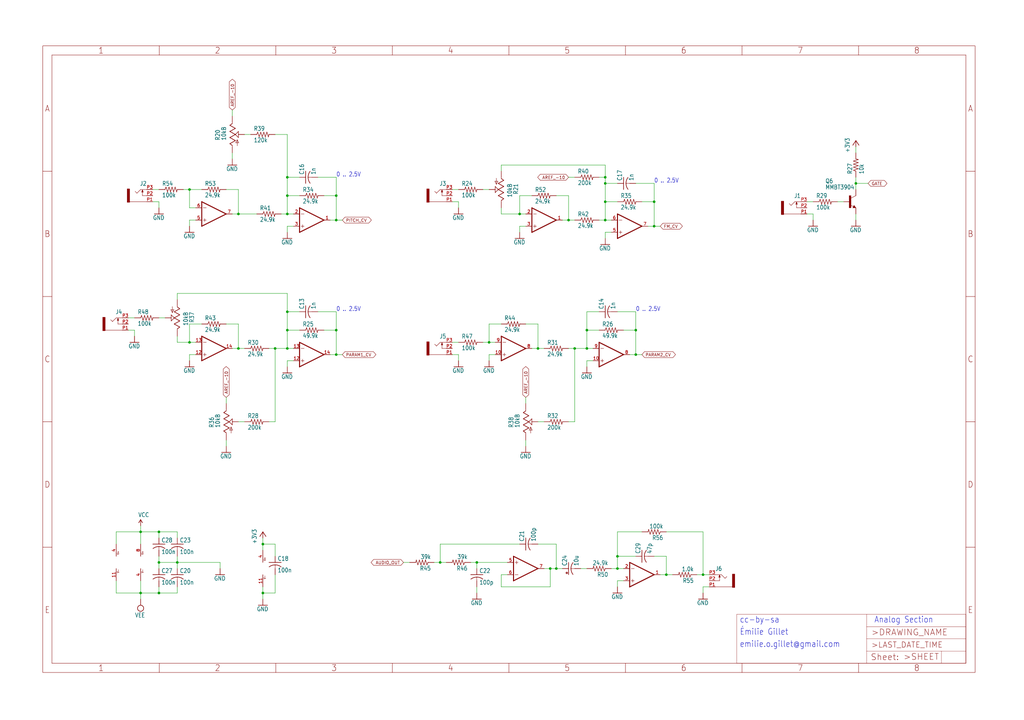
<source format=kicad_sch>
(kicad_sch (version 20211123) (generator eeschema)
  (paper "User" 425.45 299.161)
  (lib_symbols
    (symbol "braids-eagle-import:+3V3" (power)
      (property "Value" "+3V3" (at -2.54 -5.08 90))
      (symbol "+3V3_1_0"
        (pin power_in line (at 0 -2.54 90) (length 2.54) (name "+3V3") (number "1"))
      )
    )
    (symbol "braids-eagle-import:-NPN-SOT23-BEC"
      (property "Reference" "T" (at -10.16 7.62 0))
      (property "Value" "-NPN-SOT23-BEC" (at -10.16 5.08 0))
      (symbol "-NPN-SOT23-BEC_1_0"
        (pin passive line (at -2.54 0 0) (length 2.54) (name "B") (number "B"))
        (pin passive line (at 2.54 5.08 270) (length 2.54) (name "C") (number "C"))
        (pin passive line (at 2.54 -5.08 90) (length 2.54) (name "E") (number "E"))
      )
    )
    (symbol "braids-eagle-import:A3L-LOC"
      (symbol "A3L-LOC_1_0"
        (text "1" (at 24.2094 1.905 0) (effects (font (size 2.54 2.286))))
        (text "1" (at 24.2094 258.445 0) (effects (font (size 2.54 2.286))))
        (text "2" (at 72.6281 1.905 0) (effects (font (size 2.54 2.286))))
        (text "2" (at 72.6281 258.445 0) (effects (font (size 2.54 2.286))))
        (text "3" (at 121.0469 1.905 0) (effects (font (size 2.54 2.286))))
        (text "3" (at 121.0469 258.445 0) (effects (font (size 2.54 2.286))))
        (text "4" (at 169.4656 1.905 0) (effects (font (size 2.54 2.286))))
        (text "4" (at 169.4656 258.445 0) (effects (font (size 2.54 2.286))))
        (text "5" (at 217.8844 1.905 0) (effects (font (size 2.54 2.286))))
        (text "5" (at 217.8844 258.445 0) (effects (font (size 2.54 2.286))))
        (text "6" (at 266.3031 1.905 0) (effects (font (size 2.54 2.286))))
        (text "6" (at 266.3031 258.445 0) (effects (font (size 2.54 2.286))))
        (text "7" (at 314.7219 1.905 0) (effects (font (size 2.54 2.286))))
        (text "7" (at 314.7219 258.445 0) (effects (font (size 2.54 2.286))))
        (text "8" (at 363.1406 1.905 0) (effects (font (size 2.54 2.286))))
        (text "8" (at 363.1406 258.445 0) (effects (font (size 2.54 2.286))))
        (text ">DRAWING_NAME" (at 344.17 15.24 0) (effects (font (size 2.54 2.54)) (justify left bottom)))
        (text ">LAST_DATE_TIME" (at 344.17 10.16 0) (effects (font (size 2.286 2.286)) (justify left bottom)))
        (text ">SHEET" (at 357.505 5.08 0) (effects (font (size 2.54 2.54)) (justify left bottom)))
        (text "A" (at 1.905 234.315 0) (effects (font (size 2.54 2.286))))
        (text "A" (at 385.445 234.315 0) (effects (font (size 2.54 2.286))))
        (text "B" (at 1.905 182.245 0) (effects (font (size 2.54 2.286))))
        (text "B" (at 385.445 182.245 0) (effects (font (size 2.54 2.286))))
        (text "C" (at 1.905 130.175 0) (effects (font (size 2.54 2.286))))
        (text "C" (at 385.445 130.175 0) (effects (font (size 2.54 2.286))))
        (text "D" (at 1.905 78.105 0) (effects (font (size 2.54 2.286))))
        (text "D" (at 385.445 78.105 0) (effects (font (size 2.54 2.286))))
        (text "E" (at 1.905 26.035 0) (effects (font (size 2.54 2.286))))
        (text "E" (at 385.445 26.035 0) (effects (font (size 2.54 2.286))))
        (text "Sheet:" (at 343.916 4.953 0) (effects (font (size 2.54 2.54)) (justify left bottom)))
      )
    )
    (symbol "braids-eagle-import:C-USC0603"
      (property "Reference" "C" (at 1.016 0.635 0))
      (property "Value" "C-USC0603" (at 1.016 -4.191 0))
      (symbol "C-USC0603_1_0"
        (pin passive line (at 0 2.54 270) (length 2.54) (name "1") (number "1"))
        (pin passive line (at 0 -5.08 90) (length 2.54) (name "2") (number "2"))
      )
    )
    (symbol "braids-eagle-import:CPOL-USB"
      (property "Reference" "C" (at 1.016 0.635 0))
      (property "Value" "CPOL-USB" (at 1.016 -4.191 0))
      (symbol "CPOL-USB_1_0"
        (pin passive line (at 0 2.54 270) (length 2.54) (name "+") (number "+"))
        (pin passive line (at 0 -5.08 90) (length 2.54) (name "-") (number "-"))
      )
    )
    (symbol "braids-eagle-import:GND" (power)
      (property "Value" "GND" (at -2.54 -2.54 0))
      (symbol "GND_1_0"
        (pin power_in line (at 0 2.54 270) (length 2.54) (name "GND") (number "1"))
      )
    )
    (symbol "braids-eagle-import:PJ301_THONKICONN6"
      (property "Reference" "J" (at -2.54 4.064 0))
      (symbol "PJ301_THONKICONN6_1_0"
        (pin passive line (at -5.08 -2.54 0) (length 2.54) (name "1") (number "P1"))
        (pin passive line (at -5.08 0 0) (length 2.54) (name "2") (number "P2"))
        (pin passive line (at -5.08 2.54 0) (length 2.54) (name "3") (number "P3"))
      )
    )
    (symbol "braids-eagle-import:POT_USVERTICAL_PS"
      (property "Reference" "R" (at -5.08 -2.54 90))
      (property "Value" "POT_USVERTICAL_PS" (at -2.54 -2.54 90))
      (symbol "POT_USVERTICAL_PS_1_0"
        (pin passive line (at 0 7.62 270) (length 2.54) (name "E") (number "P$1"))
        (pin passive line (at 5.08 0 180) (length 2.54) (name "S") (number "P$2"))
        (pin passive line (at 0 -7.62 90) (length 2.54) (name "A") (number "P$3"))
      )
    )
    (symbol "braids-eagle-import:R-US_R0603"
      (property "Reference" "R" (at -3.81 1.4986 0))
      (property "Value" "R-US_R0603" (at -3.81 -3.302 0))
      (symbol "R-US_R0603_1_0"
        (pin passive line (at -5.08 0 0) (length 2.54) (name "1") (number "1"))
        (pin passive line (at 5.08 0 180) (length 2.54) (name "2") (number "2"))
      )
    )
    (symbol "braids-eagle-import:TL072D"
      (symbol "TL072D_1_0"
        (pin output line (at 7.62 0 180) (length 2.54) (name "OUT") (number "1"))
        (pin input line (at -7.62 -2.54 0) (length 2.54) (name "-IN") (number "2"))
        (pin input line (at -7.62 2.54 0) (length 2.54) (name "+IN") (number "3"))
      )
      (symbol "TL072D_2_0"
        (pin input line (at -7.62 2.54 0) (length 2.54) (name "+IN") (number "5"))
        (pin input line (at -7.62 -2.54 0) (length 2.54) (name "-IN") (number "6"))
        (pin output line (at 7.62 0 180) (length 2.54) (name "OUT") (number "7"))
      )
      (symbol "TL072D_3_0"
        (text "V+" (at 1.27 3.175 900) (effects (font (size 0.8128 0.6908)) (justify left bottom)))
        (text "V-" (at 1.27 -4.445 900) (effects (font (size 0.8128 0.6908)) (justify left bottom)))
        (pin power_in line (at 0 -7.62 90) (length 5.08) (name "V-") (number "4"))
        (pin power_in line (at 0 7.62 270) (length 5.08) (name "V+") (number "8"))
      )
    )
    (symbol "braids-eagle-import:TL074D"
      (symbol "TL074D_1_0"
        (pin output line (at 7.62 0 180) (length 2.54) (name "OUT") (number "1"))
        (pin input line (at -7.62 -2.54 0) (length 2.54) (name "-IN") (number "2"))
        (pin input line (at -7.62 2.54 0) (length 2.54) (name "+IN") (number "3"))
      )
      (symbol "TL074D_2_0"
        (pin input line (at -7.62 2.54 0) (length 2.54) (name "+IN") (number "5"))
        (pin input line (at -7.62 -2.54 0) (length 2.54) (name "-IN") (number "6"))
        (pin output line (at 7.62 0 180) (length 2.54) (name "OUT") (number "7"))
      )
      (symbol "TL074D_3_0"
        (pin input line (at -7.62 2.54 0) (length 2.54) (name "+IN") (number "10"))
        (pin output line (at 7.62 0 180) (length 2.54) (name "OUT") (number "8"))
        (pin input line (at -7.62 -2.54 0) (length 2.54) (name "-IN") (number "9"))
      )
      (symbol "TL074D_4_0"
        (pin input line (at -7.62 2.54 0) (length 2.54) (name "+IN") (number "12"))
        (pin input line (at -7.62 -2.54 0) (length 2.54) (name "-IN") (number "13"))
        (pin output line (at 7.62 0 180) (length 2.54) (name "OUT") (number "14"))
      )
      (symbol "TL074D_5_0"
        (text "V+" (at 1.27 3.175 900) (effects (font (size 0.8128 0.6908)) (justify left bottom)))
        (text "V-" (at 1.27 -4.445 900) (effects (font (size 0.8128 0.6908)) (justify left bottom)))
        (pin power_in line (at 0 -7.62 90) (length 5.08) (name "V-") (number "11"))
        (pin power_in line (at 0 7.62 270) (length 5.08) (name "V+") (number "4"))
      )
    )
    (symbol "braids-eagle-import:VCC" (power)
      (property "Value" "VCC" (at -1.016 3.556 0))
      (symbol "VCC_1_0"
        (pin power_in line (at 0 0 90) (length 2.54) (name "VCC") (number "1"))
      )
    )
    (symbol "braids-eagle-import:VEE" (power)
      (property "Value" "VEE" (at -1.905 3.175 0))
      (symbol "VEE_1_0"
        (pin power_in line (at 0 -2.54 90) (length 2.54) (name "VEE") (number "1"))
      )
    )
  )
  (junction (at 271.78 93.98))
  (junction (at 243.84 144.78))
  (junction (at 109.22 226.06))
  (junction (at 139.7 91.44))
  (junction (at 66.04 220.98))
  (junction (at 264.16 137.16))
  (junction (at 58.42 246.38))
  (junction (at 182.88 233.68))
  (junction (at 139.7 81.28))
  (junction (at 238.76 144.78))
  (junction (at 271.78 83.82))
  (junction (at 114.3 144.78))
  (junction (at 228.6 236.22))
  (junction (at 231.14 236.22))
  (junction (at 256.54 231.14))
  (junction (at 109.22 246.38))
  (junction (at 251.46 76.2))
  (junction (at 119.38 129.54))
  (junction (at 215.9 88.9))
  (junction (at 119.38 81.28))
  (junction (at 251.46 73.66))
  (junction (at 256.54 236.22))
  (junction (at 66.04 233.68))
  (junction (at 99.06 144.78))
  (junction (at 99.06 88.9))
  (junction (at 198.12 233.68))
  (junction (at 119.38 144.78))
  (junction (at 119.38 137.16))
  (junction (at 251.46 91.44))
  (junction (at 66.04 246.38))
  (junction (at 355.6 76.2))
  (junction (at 78.74 142.24))
  (junction (at 292.1 238.76))
  (junction (at 276.86 238.76))
  (junction (at 78.74 78.74))
  (junction (at 139.7 137.16))
  (junction (at 203.2 142.24))
  (junction (at 58.42 220.98))
  (junction (at 251.46 83.82))
  (junction (at 73.66 233.68))
  (junction (at 223.52 144.78))
  (junction (at 119.38 73.66))
  (junction (at 264.16 147.32))
  (junction (at 236.22 91.44))
  (junction (at 119.38 88.9))
  (junction (at 243.84 137.16))
  (junction (at 139.7 147.32))
  (wire (pts (xy 264.16 76.2) (xy 271.78 76.2)))
  (wire (pts (xy 124.46 73.66) (xy 119.38 73.66)))
  (wire (pts (xy 335.28 83.82) (xy 337.82 83.82)))
  (wire (pts (xy 266.7 220.98) (xy 256.54 220.98)))
  (wire (pts (xy 99.06 175.26) (xy 101.6 175.26)))
  (wire (pts (xy 215.9 88.9) (xy 218.44 88.9)))
  (wire (pts (xy 266.7 83.82) (xy 271.78 83.82)))
  (wire (pts (xy 93.98 134.62) (xy 99.06 134.62)))
  (wire (pts (xy 114.3 246.38) (xy 109.22 246.38)))
  (wire (pts (xy 198.12 236.22) (xy 198.12 233.68)))
  (wire (pts (xy 48.26 241.3) (xy 48.26 246.38)))
  (wire (pts (xy 231.14 81.28) (xy 236.22 81.28)))
  (wire (pts (xy 139.7 91.44) (xy 142.24 91.44)))
  (wire (pts (xy 139.7 73.66) (xy 139.7 81.28)))
  (wire (pts (xy 119.38 121.92) (xy 119.38 129.54)))
  (wire (pts (xy 241.3 236.22) (xy 243.84 236.22)))
  (wire (pts (xy 114.3 55.88) (xy 119.38 55.88)))
  (wire (pts (xy 259.08 241.3) (xy 256.54 241.3)))
  (wire (pts (xy 121.92 93.98) (xy 119.38 93.98)))
  (wire (pts (xy 55.88 137.16) (xy 55.88 139.7)))
  (wire (pts (xy 99.06 144.78) (xy 101.6 144.78)))
  (wire (pts (xy 251.46 91.44) (xy 254 91.44)))
  (wire (pts (xy 203.2 147.32) (xy 203.2 149.86)))
  (wire (pts (xy 114.3 175.26) (xy 114.3 144.78)))
  (wire (pts (xy 73.66 246.38) (xy 73.66 243.84)))
  (wire (pts (xy 266.7 147.32) (xy 264.16 147.32)))
  (wire (pts (xy 236.22 91.44) (xy 233.68 91.44)))
  (wire (pts (xy 254 96.52) (xy 251.46 96.52)))
  (wire (pts (xy 187.96 78.74) (xy 190.5 78.74)))
  (wire (pts (xy 256.54 231.14) (xy 256.54 236.22)))
  (wire (pts (xy 236.22 81.28) (xy 236.22 91.44)))
  (wire (pts (xy 355.6 88.9) (xy 355.6 91.44)))
  (wire (pts (xy 218.44 165.1) (xy 218.44 167.64)))
  (wire (pts (xy 58.42 246.38) (xy 48.26 246.38)))
  (wire (pts (xy 236.22 175.26) (xy 238.76 175.26)))
  (wire (pts (xy 73.66 233.68) (xy 73.66 236.22)))
  (wire (pts (xy 78.74 78.74) (xy 78.74 86.36)))
  (wire (pts (xy 254 236.22) (xy 256.54 236.22)))
  (wire (pts (xy 259.08 137.16) (xy 264.16 137.16)))
  (wire (pts (xy 73.66 233.68) (xy 91.44 233.68)))
  (wire (pts (xy 73.66 231.14) (xy 73.66 233.68)))
  (wire (pts (xy 73.66 121.92) (xy 119.38 121.92)))
  (wire (pts (xy 251.46 96.52) (xy 251.46 99.06)))
  (wire (pts (xy 208.28 134.62) (xy 203.2 134.62)))
  (wire (pts (xy 139.7 137.16) (xy 139.7 147.32)))
  (wire (pts (xy 58.42 226.06) (xy 58.42 220.98)))
  (wire (pts (xy 238.76 144.78) (xy 243.84 144.78)))
  (wire (pts (xy 208.28 238.76) (xy 208.28 243.84)))
  (wire (pts (xy 78.74 134.62) (xy 78.74 142.24)))
  (wire (pts (xy 73.66 124.46) (xy 73.66 121.92)))
  (wire (pts (xy 187.96 142.24) (xy 190.5 142.24)))
  (wire (pts (xy 63.5 83.82) (xy 66.04 83.82)))
  (wire (pts (xy 53.34 137.16) (xy 55.88 137.16)))
  (wire (pts (xy 124.46 81.28) (xy 119.38 81.28)))
  (wire (pts (xy 264.16 147.32) (xy 261.62 147.32)))
  (wire (pts (xy 66.04 83.82) (xy 66.04 86.36)))
  (wire (pts (xy 119.38 73.66) (xy 119.38 81.28)))
  (wire (pts (xy 210.82 238.76) (xy 208.28 238.76)))
  (wire (pts (xy 271.78 76.2) (xy 271.78 83.82)))
  (wire (pts (xy 119.38 149.86) (xy 119.38 152.4)))
  (wire (pts (xy 256.54 83.82) (xy 251.46 83.82)))
  (wire (pts (xy 243.84 137.16) (xy 243.84 144.78)))
  (wire (pts (xy 182.88 233.68) (xy 182.88 226.06)))
  (wire (pts (xy 66.04 246.38) (xy 66.04 243.84)))
  (wire (pts (xy 203.2 134.62) (xy 203.2 142.24)))
  (wire (pts (xy 355.6 76.2) (xy 355.6 73.66)))
  (wire (pts (xy 58.42 220.98) (xy 66.04 220.98)))
  (wire (pts (xy 223.52 226.06) (xy 231.14 226.06)))
  (wire (pts (xy 93.98 78.74) (xy 99.06 78.74)))
  (wire (pts (xy 220.98 81.28) (xy 215.9 81.28)))
  (wire (pts (xy 134.62 137.16) (xy 139.7 137.16)))
  (wire (pts (xy 198.12 233.68) (xy 210.82 233.68)))
  (wire (pts (xy 66.04 132.08) (xy 68.58 132.08)))
  (wire (pts (xy 276.86 220.98) (xy 292.1 220.98)))
  (wire (pts (xy 76.2 78.74) (xy 78.74 78.74)))
  (wire (pts (xy 218.44 134.62) (xy 223.52 134.62)))
  (wire (pts (xy 292.1 243.84) (xy 292.1 246.38)))
  (wire (pts (xy 180.34 233.68) (xy 182.88 233.68)))
  (wire (pts (xy 124.46 137.16) (xy 119.38 137.16)))
  (wire (pts (xy 111.76 144.78) (xy 114.3 144.78)))
  (wire (pts (xy 119.38 88.9) (xy 116.84 88.9)))
  (wire (pts (xy 256.54 220.98) (xy 256.54 231.14)))
  (wire (pts (xy 66.04 246.38) (xy 73.66 246.38)))
  (wire (pts (xy 208.28 71.12) (xy 208.28 68.58)))
  (wire (pts (xy 99.06 134.62) (xy 99.06 144.78)))
  (wire (pts (xy 119.38 55.88) (xy 119.38 73.66)))
  (wire (pts (xy 132.08 73.66) (xy 139.7 73.66)))
  (wire (pts (xy 111.76 175.26) (xy 114.3 175.26)))
  (wire (pts (xy 337.82 88.9) (xy 337.82 91.44)))
  (wire (pts (xy 218.44 182.88) (xy 218.44 185.42)))
  (wire (pts (xy 139.7 129.54) (xy 139.7 137.16)))
  (wire (pts (xy 78.74 142.24) (xy 81.28 142.24)))
  (wire (pts (xy 236.22 91.44) (xy 238.76 91.44)))
  (wire (pts (xy 83.82 134.62) (xy 78.74 134.62)))
  (wire (pts (xy 109.22 223.52) (xy 109.22 226.06)))
  (wire (pts (xy 243.84 149.86) (xy 243.84 152.4)))
  (wire (pts (xy 248.92 129.54) (xy 243.84 129.54)))
  (wire (pts (xy 58.42 218.44) (xy 58.42 220.98)))
  (wire (pts (xy 251.46 68.58) (xy 251.46 73.66)))
  (wire (pts (xy 109.22 243.84) (xy 109.22 246.38)))
  (wire (pts (xy 215.9 88.9) (xy 215.9 81.28)))
  (wire (pts (xy 139.7 91.44) (xy 137.16 91.44)))
  (wire (pts (xy 182.88 233.68) (xy 185.42 233.68)))
  (wire (pts (xy 119.38 144.78) (xy 121.92 144.78)))
  (wire (pts (xy 101.6 55.88) (xy 104.14 55.88)))
  (wire (pts (xy 208.28 243.84) (xy 228.6 243.84)))
  (wire (pts (xy 223.52 144.78) (xy 226.06 144.78)))
  (wire (pts (xy 93.98 182.88) (xy 93.98 185.42)))
  (wire (pts (xy 170.18 233.68) (xy 167.64 233.68)))
  (wire (pts (xy 99.06 88.9) (xy 96.52 88.9)))
  (wire (pts (xy 81.28 147.32) (xy 78.74 147.32)))
  (wire (pts (xy 256.54 231.14) (xy 264.16 231.14)))
  (wire (pts (xy 251.46 73.66) (xy 251.46 76.2)))
  (wire (pts (xy 119.38 93.98) (xy 119.38 96.52)))
  (wire (pts (xy 190.5 147.32) (xy 190.5 149.86)))
  (wire (pts (xy 271.78 83.82) (xy 271.78 93.98)))
  (wire (pts (xy 121.92 149.86) (xy 119.38 149.86)))
  (wire (pts (xy 96.52 63.5) (xy 96.52 66.04)))
  (wire (pts (xy 58.42 246.38) (xy 66.04 246.38)))
  (wire (pts (xy 248.92 137.16) (xy 243.84 137.16)))
  (wire (pts (xy 251.46 76.2) (xy 251.46 83.82)))
  (wire (pts (xy 256.54 236.22) (xy 259.08 236.22)))
  (wire (pts (xy 198.12 243.84) (xy 198.12 246.38)))
  (wire (pts (xy 119.38 81.28) (xy 119.38 88.9)))
  (wire (pts (xy 132.08 129.54) (xy 139.7 129.54)))
  (wire (pts (xy 66.04 220.98) (xy 73.66 220.98)))
  (wire (pts (xy 114.3 238.76) (xy 114.3 246.38)))
  (wire (pts (xy 355.6 60.96) (xy 355.6 63.5)))
  (wire (pts (xy 208.28 88.9) (xy 215.9 88.9)))
  (wire (pts (xy 271.78 93.98) (xy 269.24 93.98)))
  (wire (pts (xy 246.38 149.86) (xy 243.84 149.86)))
  (wire (pts (xy 109.22 246.38) (xy 109.22 248.92)))
  (wire (pts (xy 223.52 175.26) (xy 226.06 175.26)))
  (wire (pts (xy 99.06 78.74) (xy 99.06 88.9)))
  (wire (pts (xy 66.04 233.68) (xy 73.66 233.68)))
  (wire (pts (xy 256.54 76.2) (xy 251.46 76.2)))
  (wire (pts (xy 66.04 220.98) (xy 66.04 223.52)))
  (wire (pts (xy 335.28 88.9) (xy 337.82 88.9)))
  (wire (pts (xy 109.22 226.06) (xy 114.3 226.06)))
  (wire (pts (xy 276.86 238.76) (xy 274.32 238.76)))
  (wire (pts (xy 236.22 144.78) (xy 238.76 144.78)))
  (wire (pts (xy 256.54 129.54) (xy 264.16 129.54)))
  (wire (pts (xy 53.34 132.08) (xy 55.88 132.08)))
  (wire (pts (xy 223.52 144.78) (xy 220.98 144.78)))
  (wire (pts (xy 119.38 129.54) (xy 119.38 137.16)))
  (wire (pts (xy 134.62 81.28) (xy 139.7 81.28)))
  (wire (pts (xy 243.84 144.78) (xy 246.38 144.78)))
  (wire (pts (xy 73.66 139.7) (xy 73.66 142.24)))
  (wire (pts (xy 139.7 81.28) (xy 139.7 91.44)))
  (wire (pts (xy 66.04 233.68) (xy 66.04 236.22)))
  (wire (pts (xy 119.38 137.16) (xy 119.38 144.78)))
  (wire (pts (xy 292.1 238.76) (xy 289.56 238.76)))
  (wire (pts (xy 231.14 236.22) (xy 228.6 236.22)))
  (wire (pts (xy 187.96 83.82) (xy 190.5 83.82)))
  (wire (pts (xy 231.14 226.06) (xy 231.14 236.22)))
  (wire (pts (xy 119.38 88.9) (xy 121.92 88.9)))
  (wire (pts (xy 355.6 76.2) (xy 360.68 76.2)))
  (wire (pts (xy 228.6 243.84) (xy 228.6 236.22)))
  (wire (pts (xy 109.22 226.06) (xy 109.22 228.6)))
  (wire (pts (xy 203.2 142.24) (xy 205.74 142.24)))
  (wire (pts (xy 99.06 88.9) (xy 106.68 88.9)))
  (wire (pts (xy 195.58 233.68) (xy 198.12 233.68)))
  (wire (pts (xy 218.44 93.98) (xy 215.9 93.98)))
  (wire (pts (xy 182.88 226.06) (xy 215.9 226.06)))
  (wire (pts (xy 264.16 137.16) (xy 264.16 147.32)))
  (wire (pts (xy 91.44 233.68) (xy 91.44 236.22)))
  (wire (pts (xy 274.32 93.98) (xy 271.78 93.98)))
  (wire (pts (xy 228.6 236.22) (xy 226.06 236.22)))
  (wire (pts (xy 243.84 129.54) (xy 243.84 137.16)))
  (wire (pts (xy 215.9 93.98) (xy 215.9 96.52)))
  (wire (pts (xy 78.74 91.44) (xy 78.74 93.98)))
  (wire (pts (xy 66.04 231.14) (xy 66.04 233.68)))
  (wire (pts (xy 294.64 243.84) (xy 292.1 243.84)))
  (wire (pts (xy 251.46 83.82) (xy 251.46 91.44)))
  (wire (pts (xy 248.92 91.44) (xy 251.46 91.44)))
  (wire (pts (xy 58.42 241.3) (xy 58.42 246.38)))
  (wire (pts (xy 96.52 45.72) (xy 96.52 48.26)))
  (wire (pts (xy 114.3 226.06) (xy 114.3 231.14)))
  (wire (pts (xy 294.64 238.76) (xy 292.1 238.76)))
  (wire (pts (xy 231.14 236.22) (xy 233.68 236.22)))
  (wire (pts (xy 190.5 83.82) (xy 190.5 86.36)))
  (wire (pts (xy 58.42 220.98) (xy 48.26 220.98)))
  (wire (pts (xy 276.86 231.14) (xy 276.86 238.76)))
  (wire (pts (xy 200.66 78.74) (xy 203.2 78.74)))
  (wire (pts (xy 78.74 86.36) (xy 81.28 86.36)))
  (wire (pts (xy 142.24 147.32) (xy 139.7 147.32)))
  (wire (pts (xy 205.74 147.32) (xy 203.2 147.32)))
  (wire (pts (xy 271.78 231.14) (xy 276.86 231.14)))
  (wire (pts (xy 81.28 91.44) (xy 78.74 91.44)))
  (wire (pts (xy 347.98 83.82) (xy 350.52 83.82)))
  (wire (pts (xy 73.66 223.52) (xy 73.66 220.98)))
  (wire (pts (xy 63.5 78.74) (xy 66.04 78.74)))
  (wire (pts (xy 114.3 144.78) (xy 119.38 144.78)))
  (wire (pts (xy 93.98 167.64) (xy 93.98 165.1)))
  (wire (pts (xy 78.74 147.32) (xy 78.74 149.86)))
  (wire (pts (xy 139.7 147.32) (xy 137.16 147.32)))
  (wire (pts (xy 208.28 86.36) (xy 208.28 88.9)))
  (wire (pts (xy 58.42 248.92) (xy 58.42 246.38)))
  (wire (pts (xy 248.92 73.66) (xy 251.46 73.66)))
  (wire (pts (xy 187.96 147.32) (xy 190.5 147.32)))
  (wire (pts (xy 99.06 144.78) (xy 96.52 144.78)))
  (wire (pts (xy 256.54 241.3) (xy 256.54 243.84)))
  (wire (pts (xy 208.28 68.58) (xy 251.46 68.58)))
  (wire (pts (xy 200.66 142.24) (xy 203.2 142.24)))
  (wire (pts (xy 279.4 238.76) (xy 276.86 238.76)))
  (wire (pts (xy 124.46 129.54) (xy 119.38 129.54)))
  (wire (pts (xy 73.66 142.24) (xy 78.74 142.24)))
  (wire (pts (xy 83.82 78.74) (xy 78.74 78.74)))
  (wire (pts (xy 264.16 129.54) (xy 264.16 137.16)))
  (wire (pts (xy 48.26 220.98) (xy 48.26 226.06)))
  (wire (pts (xy 355.6 78.74) (xy 355.6 76.2)))
  (wire (pts (xy 292.1 220.98) (xy 292.1 238.76)))
  (wire (pts (xy 238.76 175.26) (xy 238.76 144.78)))
  (wire (pts (xy 238.76 73.66) (xy 236.22 73.66)))
  (wire (pts (xy 223.52 134.62) (xy 223.52 144.78)))
  (text "Émilie Gillet" (at 307.34 264.16 180) (effects (font (size 2.54 2.159)) (justify left bottom)))
  (text "0 .. 2.5V" (at 139.7 129.54 180) (effects (font (size 1.778 1.5113)) (justify left bottom)))
  (text "0 .. 2.5V" (at 271.78 76.2 180) (effects (font (size 1.778 1.5113)) (justify left bottom)))
  (text "0 .. 2.5V" (at 264.16 129.54 180) (effects (font (size 1.778 1.5113)) (justify left bottom)))
  (text "0 .. 2.5V" (at 139.7 73.66 180) (effects (font (size 1.778 1.5113)) (justify left bottom)))
  (text "cc-by-sa" (at 307.34 259.08 180) (effects (font (size 2.54 2.159)) (justify left bottom)))
  (text "emilie.o.gillet@gmail.com" (at 307.34 269.24 180) (effects (font (size 2.54 2.159)) (justify left bottom)))
  (text "Analog Section" (at 363.22 259.08 180) (effects (font (size 2.54 2.159)) (justify left bottom)))
  (global_label "AREF_-10" (shape bidirectional) (at 236.22 73.66 180) (effects (font (size 1.2446 1.2446))) (property "Intersheet References" "${INTERSHEET_REFS}" (effects hide)))
  (global_label "AREF_-10" (shape bidirectional) (at 93.98 165.1 90) (effects (font (size 1.2446 1.2446))) (property "Intersheet References" "${INTERSHEET_REFS}" (effects hide)))
  (global_label "AUDIO_OUT" (shape bidirectional) (at 167.64 233.68 180) (effects (font (size 1.2446 1.2446))) (property "Intersheet References" "${INTERSHEET_REFS}" (effects hide)))
  (global_label "AREF_-10" (shape bidirectional) (at 96.52 45.72 90) (effects (font (size 1.2446 1.2446))) (property "Intersheet References" "${INTERSHEET_REFS}" (effects hide)))
  (global_label "PARAM1_CV" (shape bidirectional) (at 142.24 147.32 0) (effects (font (size 1.2446 1.2446))) (property "Intersheet References" "${INTERSHEET_REFS}" (effects hide)))
  (global_label "AREF_-10" (shape bidirectional) (at 218.44 165.1 90) (effects (font (size 1.2446 1.2446))) (property "Intersheet References" "${INTERSHEET_REFS}" (effects hide)))
  (global_label "GATE" (shape bidirectional) (at 360.68 76.2 0) (effects (font (size 1.2446 1.2446))) (property "Intersheet References" "${INTERSHEET_REFS}" (effects hide)))
  (global_label "PARAM2_CV" (shape bidirectional) (at 266.7 147.32 0) (effects (font (size 1.2446 1.2446))) (property "Intersheet References" "${INTERSHEET_REFS}" (effects hide)))
  (global_label "FM_CV" (shape bidirectional) (at 274.32 93.98 0) (effects (font (size 1.2446 1.2446))) (property "Intersheet References" "${INTERSHEET_REFS}" (effects hide)))
  (global_label "PITCH_CV" (shape bidirectional) (at 142.24 91.44 0) (effects (font (size 1.2446 1.2446))) (property "Intersheet References" "${INTERSHEET_REFS}" (effects hide)))
  (symbol (lib_id "braids-eagle-import:PJ301_THONKICONN6") (at 182.88 144.78 0) (mirror y) (unit 1)
    (property "Reference" "J5" (at 185.42 140.716 0) (effects (font (size 1.778 1.5113)) (justify left bottom)))
    (property "Value" "PJ301_THONKICONN6" (effects hide))
    (property "Footprint" "braids:WQP_PJ_301M6" (effects hide))
  )
  (symbol (lib_id "braids-eagle-import:R-US_R0603") (at 106.68 175.26 0) (unit 1)
    (property "Reference" "R28" (at 102.87 173.7614 0) (effects (font (size 1.778 1.5113)) (justify left bottom)))
    (property "Value" "200k" (at 102.87 178.562 0) (effects (font (size 1.778 1.5113)) (justify left bottom)))
    (property "Footprint" "braids:R0603" (effects hide))
  )
  (symbol (lib_id "braids-eagle-import:PJ301_THONKICONN6") (at 182.88 81.28 0) (mirror y) (unit 1)
    (property "Reference" "J3" (at 185.42 77.216 0) (effects (font (size 1.778 1.5113)) (justify left bottom)))
    (property "Value" "PJ301_THONKICONN6" (effects hide))
    (property "Footprint" "braids:WQP_PJ_301M6" (effects hide))
  )
  (symbol (lib_id "braids-eagle-import:POT_USVERTICAL_PS") (at 208.28 78.74 180) (unit 1)
    (property "Reference" "R21" (at 213.36 76.2 90) (effects (font (size 1.778 1.5113)) (justify left bottom)))
    (property "Value" "10kB" (at 210.82 76.2 90) (effects (font (size 1.778 1.5113)) (justify left bottom)))
    (property "Footprint" "braids:ALPS_POT_VERTICAL_PS" (effects hide))
  )
  (symbol (lib_id "braids-eagle-import:R-US_R0603") (at 111.76 88.9 0) (unit 1)
    (property "Reference" "R41" (at 107.95 87.4014 0) (effects (font (size 1.778 1.5113)) (justify left bottom)))
    (property "Value" "24.9k" (at 107.95 92.202 0) (effects (font (size 1.778 1.5113)) (justify left bottom)))
    (property "Footprint" "braids:R0603" (effects hide))
  )
  (symbol (lib_id "braids-eagle-import:POT_USVERTICAL_PS") (at 93.98 175.26 0) (unit 1)
    (property "Reference" "R36" (at 88.9 177.8 90) (effects (font (size 1.778 1.5113)) (justify left bottom)))
    (property "Value" "10kB" (at 91.44 177.8 90) (effects (font (size 1.778 1.5113)) (justify left bottom)))
    (property "Footprint" "braids:ALPS_POT_VERTICAL_PS" (effects hide))
  )
  (symbol (lib_id "braids-eagle-import:GND") (at 256.54 246.38 0) (unit 1)
    (property "Reference" "#GND033" (effects hide))
    (property "Value" "GND" (at 254 248.92 0) (effects (font (size 1.778 1.5113)) (justify left bottom)))
    (property "Footprint" "braids:" (effects hide))
  )
  (symbol (lib_id "braids-eagle-import:GND") (at 251.46 101.6 0) (unit 1)
    (property "Reference" "#GND020" (effects hide))
    (property "Value" "GND" (at 248.92 104.14 0) (effects (font (size 1.778 1.5113)) (justify left bottom)))
    (property "Footprint" "braids:" (effects hide))
  )
  (symbol (lib_id "braids-eagle-import:POT_USVERTICAL_PS") (at 96.52 55.88 0) (unit 1)
    (property "Reference" "R20" (at 91.44 58.42 90) (effects (font (size 1.778 1.5113)) (justify left bottom)))
    (property "Value" "10kB" (at 93.98 58.42 90) (effects (font (size 1.778 1.5113)) (justify left bottom)))
    (property "Footprint" "braids:ALPS_POT_VERTICAL_PS" (effects hide))
  )
  (symbol (lib_id "braids-eagle-import:R-US_R0603") (at 261.62 83.82 0) (unit 1)
    (property "Reference" "R35" (at 257.81 82.3214 0) (effects (font (size 1.778 1.5113)) (justify left bottom)))
    (property "Value" "24.9k" (at 257.81 87.122 0) (effects (font (size 1.778 1.5113)) (justify left bottom)))
    (property "Footprint" "braids:R0603" (effects hide))
  )
  (symbol (lib_id "braids-eagle-import:R-US_R0603") (at 129.54 137.16 0) (unit 1)
    (property "Reference" "R25" (at 125.73 135.6614 0) (effects (font (size 1.778 1.5113)) (justify left bottom)))
    (property "Value" "49.9k" (at 125.73 140.462 0) (effects (font (size 1.778 1.5113)) (justify left bottom)))
    (property "Footprint" "braids:R0603" (effects hide))
  )
  (symbol (lib_id "braids-eagle-import:POT_USVERTICAL_PS") (at 73.66 132.08 180) (unit 1)
    (property "Reference" "R37" (at 78.74 129.54 90) (effects (font (size 1.778 1.5113)) (justify left bottom)))
    (property "Value" "10kB" (at 76.2 129.54 90) (effects (font (size 1.778 1.5113)) (justify left bottom)))
    (property "Footprint" "braids:ALPS_POT_VERTICAL_PS" (effects hide))
  )
  (symbol (lib_id "braids-eagle-import:TL074D") (at 129.54 91.44 0) (mirror x) (unit 1)
    (property "Reference" "IC7" (effects hide))
    (property "Value" "MCP6004" (effects hide))
    (property "Footprint" "braids:SO14" (effects hide))
  )
  (symbol (lib_id "braids-eagle-import:GND") (at 292.1 248.92 0) (unit 1)
    (property "Reference" "#GND037" (effects hide))
    (property "Value" "GND" (at 289.56 251.46 0) (effects (font (size 1.778 1.5113)) (justify left bottom)))
    (property "Footprint" "braids:" (effects hide))
  )
  (symbol (lib_id "braids-eagle-import:VCC") (at 58.42 218.44 0) (unit 1)
    (property "Reference" "#P+07" (effects hide))
    (property "Value" "VCC" (at 57.404 214.884 0) (effects (font (size 1.778 1.5113)) (justify left bottom)))
    (property "Footprint" "braids:" (effects hide))
  )
  (symbol (lib_id "braids-eagle-import:C-USC0603") (at 251.46 129.54 90) (unit 1)
    (property "Reference" "C14" (at 250.825 128.524 0) (effects (font (size 1.778 1.5113)) (justify left bottom)))
    (property "Value" "1n" (at 255.651 128.524 0) (effects (font (size 1.778 1.5113)) (justify left bottom)))
    (property "Footprint" "braids:C0603" (effects hide))
  )
  (symbol (lib_id "braids-eagle-import:GND") (at 243.84 154.94 0) (unit 1)
    (property "Reference" "#GND026" (effects hide))
    (property "Value" "GND" (at 241.3 157.48 0) (effects (font (size 1.778 1.5113)) (justify left bottom)))
    (property "Footprint" "braids:" (effects hide))
  )
  (symbol (lib_id "braids-eagle-import:R-US_R0603") (at 254 137.16 0) (unit 1)
    (property "Reference" "R26" (at 250.19 135.6614 0) (effects (font (size 1.778 1.5113)) (justify left bottom)))
    (property "Value" "49.9k" (at 250.19 140.462 0) (effects (font (size 1.778 1.5113)) (justify left bottom)))
    (property "Footprint" "braids:R0603" (effects hide))
  )
  (symbol (lib_id "braids-eagle-import:GND") (at 190.5 88.9 0) (unit 1)
    (property "Reference" "#GND017" (effects hide))
    (property "Value" "GND" (at 187.96 91.44 0) (effects (font (size 1.778 1.5113)) (justify left bottom)))
    (property "Footprint" "braids:" (effects hide))
  )
  (symbol (lib_id "braids-eagle-import:GND") (at 96.52 68.58 0) (unit 1)
    (property "Reference" "#GND042" (effects hide))
    (property "Value" "GND" (at 93.98 71.12 0) (effects (font (size 1.778 1.5113)) (justify left bottom)))
    (property "Footprint" "braids:" (effects hide))
  )
  (symbol (lib_id "braids-eagle-import:C-USC0603") (at 66.04 238.76 0) (unit 1)
    (property "Reference" "C27" (at 67.056 238.125 0) (effects (font (size 1.778 1.5113)) (justify left bottom)))
    (property "Value" "100n" (at 67.056 242.951 0) (effects (font (size 1.778 1.5113)) (justify left bottom)))
    (property "Footprint" "braids:C0603" (effects hide))
  )
  (symbol (lib_id "braids-eagle-import:C-USC0603") (at 127 73.66 90) (unit 1)
    (property "Reference" "C16" (at 126.365 72.644 0) (effects (font (size 1.778 1.5113)) (justify left bottom)))
    (property "Value" "1n" (at 131.191 72.644 0) (effects (font (size 1.778 1.5113)) (justify left bottom)))
    (property "Footprint" "braids:C0603" (effects hide))
  )
  (symbol (lib_id "braids-eagle-import:GND") (at 119.38 154.94 0) (unit 1)
    (property "Reference" "#GND023" (effects hide))
    (property "Value" "GND" (at 116.84 157.48 0) (effects (font (size 1.778 1.5113)) (justify left bottom)))
    (property "Footprint" "braids:" (effects hide))
  )
  (symbol (lib_id "braids-eagle-import:GND") (at 109.22 251.46 0) (unit 1)
    (property "Reference" "#GND039" (effects hide))
    (property "Value" "GND" (at 106.68 254 0) (effects (font (size 1.778 1.5113)) (justify left bottom)))
    (property "Footprint" "braids:" (effects hide))
  )
  (symbol (lib_id "braids-eagle-import:R-US_R0603") (at 88.9 134.62 0) (unit 1)
    (property "Reference" "R43" (at 85.09 133.1214 0) (effects (font (size 1.778 1.5113)) (justify left bottom)))
    (property "Value" "24.9k" (at 85.09 137.922 0) (effects (font (size 1.778 1.5113)) (justify left bottom)))
    (property "Footprint" "braids:R0603" (effects hide))
  )
  (symbol (lib_id "braids-eagle-import:R-US_R0603") (at 355.6 68.58 90) (unit 1)
    (property "Reference" "R27" (at 354.1014 72.39 0) (effects (font (size 1.778 1.5113)) (justify left bottom)))
    (property "Value" "10k" (at 358.902 72.39 0) (effects (font (size 1.778 1.5113)) (justify left bottom)))
    (property "Footprint" "braids:R0603" (effects hide))
  )
  (symbol (lib_id "braids-eagle-import:R-US_R0603") (at 226.06 81.28 0) (unit 1)
    (property "Reference" "R52" (at 222.25 79.7814 0) (effects (font (size 1.778 1.5113)) (justify left bottom)))
    (property "Value" "24.9k" (at 222.25 84.582 0) (effects (font (size 1.778 1.5113)) (justify left bottom)))
    (property "Footprint" "braids:R0603" (effects hide))
  )
  (symbol (lib_id "braids-eagle-import:GND") (at 198.12 248.92 0) (unit 1)
    (property "Reference" "#GND032" (effects hide))
    (property "Value" "GND" (at 195.58 251.46 0) (effects (font (size 1.778 1.5113)) (justify left bottom)))
    (property "Footprint" "braids:" (effects hide))
  )
  (symbol (lib_id "braids-eagle-import:GND") (at 55.88 142.24 0) (unit 1)
    (property "Reference" "#GND021" (effects hide))
    (property "Value" "GND" (at 53.34 144.78 0) (effects (font (size 1.778 1.5113)) (justify left bottom)))
    (property "Footprint" "braids:" (effects hide))
  )
  (symbol (lib_id "braids-eagle-import:GND") (at 66.04 88.9 0) (unit 1)
    (property "Reference" "#GND013" (effects hide))
    (property "Value" "GND" (at 63.5 91.44 0) (effects (font (size 1.778 1.5113)) (justify left bottom)))
    (property "Footprint" "braids:" (effects hide))
  )
  (symbol (lib_id "braids-eagle-import:TL074D") (at 261.62 93.98 0) (mirror x) (unit 2)
    (property "Reference" "IC7" (effects hide))
    (property "Value" "MCP6004" (effects hide))
    (property "Footprint" "braids:SO14" (effects hide))
  )
  (symbol (lib_id "braids-eagle-import:R-US_R0603") (at 243.84 91.44 0) (unit 1)
    (property "Reference" "R42" (at 240.03 89.9414 0) (effects (font (size 1.778 1.5113)) (justify left bottom)))
    (property "Value" "24.9k" (at 240.03 94.742 0) (effects (font (size 1.778 1.5113)) (justify left bottom)))
    (property "Footprint" "braids:R0603" (effects hide))
  )
  (symbol (lib_id "braids-eagle-import:-NPN-SOT23-BEC") (at 353.06 83.82 0) (unit 1)
    (property "Reference" "Q6" (at 342.9 76.2 0) (effects (font (size 1.778 1.5113)) (justify left bottom)))
    (property "Value" "MMBT3904" (at 342.9 78.74 0) (effects (font (size 1.778 1.5113)) (justify left bottom)))
    (property "Footprint" "braids:SOT23-BEC" (effects hide))
  )
  (symbol (lib_id "braids-eagle-import:R-US_R0603") (at 71.12 78.74 0) (unit 1)
    (property "Reference" "R54" (at 67.31 77.2414 0) (effects (font (size 1.778 1.5113)) (justify left bottom)))
    (property "Value" "100k" (at 67.31 82.042 0) (effects (font (size 1.778 1.5113)) (justify left bottom)))
    (property "Footprint" "braids:R0603" (effects hide))
  )
  (symbol (lib_id "braids-eagle-import:C-USC0603") (at 73.66 226.06 0) (unit 1)
    (property "Reference" "C23" (at 74.676 225.425 0) (effects (font (size 1.778 1.5113)) (justify left bottom)))
    (property "Value" "100n" (at 74.676 230.251 0) (effects (font (size 1.778 1.5113)) (justify left bottom)))
    (property "Footprint" "braids:C0603" (effects hide))
  )
  (symbol (lib_id "braids-eagle-import:TL074D") (at 109.22 236.22 0) (unit 5)
    (property "Reference" "IC7" (effects hide))
    (property "Value" "MCP6004" (effects hide))
    (property "Footprint" "braids:SO14" (effects hide))
  )
  (symbol (lib_id "braids-eagle-import:TL074D") (at 48.26 233.68 0) (unit 5)
    (property "Reference" "IC9" (effects hide))
    (property "Value" "TL074D" (effects hide))
    (property "Footprint" "braids:SO14" (effects hide))
  )
  (symbol (lib_id "braids-eagle-import:R-US_R0603") (at 213.36 134.62 0) (unit 1)
    (property "Reference" "R44" (at 209.55 133.1214 0) (effects (font (size 1.778 1.5113)) (justify left bottom)))
    (property "Value" "24.9k" (at 209.55 137.922 0) (effects (font (size 1.778 1.5113)) (justify left bottom)))
    (property "Footprint" "braids:R0603" (effects hide))
  )
  (symbol (lib_id "braids-eagle-import:TL074D") (at 88.9 88.9 0) (mirror x) (unit 2)
    (property "Reference" "IC9" (effects hide))
    (property "Value" "TL074D" (effects hide))
    (property "Footprint" "braids:SO14" (effects hide))
  )
  (symbol (lib_id "braids-eagle-import:C-USC0603") (at 259.08 76.2 90) (unit 1)
    (property "Reference" "C17" (at 258.445 75.184 0) (effects (font (size 1.778 1.5113)) (justify left bottom)))
    (property "Value" "1n" (at 263.271 75.184 0) (effects (font (size 1.778 1.5113)) (justify left bottom)))
    (property "Footprint" "braids:C0603" (effects hide))
  )
  (symbol (lib_id "braids-eagle-import:+3V3") (at 109.22 220.98 0) (unit 1)
    (property "Reference" "#+3V016" (effects hide))
    (property "Value" "+3V3" (at 106.68 226.06 90) (effects (font (size 1.778 1.5113)) (justify left bottom)))
    (property "Footprint" "braids:" (effects hide))
  )
  (symbol (lib_id "braids-eagle-import:GND") (at 337.82 93.98 0) (unit 1)
    (property "Reference" "#GND018" (effects hide))
    (property "Value" "GND" (at 335.28 96.52 0) (effects (font (size 1.778 1.5113)) (justify left bottom)))
    (property "Footprint" "braids:" (effects hide))
  )
  (symbol (lib_id "braids-eagle-import:TL074D") (at 129.54 147.32 0) (mirror x) (unit 4)
    (property "Reference" "IC7" (effects hide))
    (property "Value" "MCP6004" (effects hide))
    (property "Footprint" "braids:SO14" (effects hide))
  )
  (symbol (lib_id "braids-eagle-import:R-US_R0603") (at 271.78 220.98 180) (unit 1)
    (property "Reference" "R56" (at 275.59 222.4786 0) (effects (font (size 1.778 1.5113)) (justify left bottom)))
    (property "Value" "100k" (at 275.59 217.678 0) (effects (font (size 1.778 1.5113)) (justify left bottom)))
    (property "Footprint" "braids:R0603" (effects hide))
  )
  (symbol (lib_id "braids-eagle-import:VEE") (at 58.42 251.46 180) (unit 1)
    (property "Reference" "#SUPPLY05" (effects hide))
    (property "Value" "VEE" (at 60.325 254.635 0) (effects (font (size 1.778 1.5113)) (justify left bottom)))
    (property "Footprint" "braids:" (effects hide))
  )
  (symbol (lib_id "braids-eagle-import:C-USC0603") (at 266.7 231.14 90) (unit 1)
    (property "Reference" "C29" (at 266.065 230.124 0) (effects (font (size 1.778 1.5113)) (justify left bottom)))
    (property "Value" "47p" (at 270.891 230.124 0) (effects (font (size 1.778 1.5113)) (justify left bottom)))
    (property "Footprint" "braids:C0603" (effects hide))
  )
  (symbol (lib_id "braids-eagle-import:A3L-LOC") (at 17.78 279.4 0) (unit 1)
    (property "Reference" "#FRAME3" (effects hide))
    (property "Value" "A3L-LOC" (effects hide))
    (property "Footprint" "braids:" (effects hide))
  )
  (symbol (lib_id "braids-eagle-import:PJ301_THONKICONN6") (at 330.2 86.36 0) (mirror y) (unit 1)
    (property "Reference" "J1" (at 332.74 82.296 0) (effects (font (size 1.778 1.5113)) (justify left bottom)))
    (property "Value" "PJ301_THONKICONN6" (effects hide))
    (property "Footprint" "braids:WQP_PJ_301M6" (effects hide))
  )
  (symbol (lib_id "braids-eagle-import:R-US_R0603") (at 248.92 236.22 180) (unit 1)
    (property "Reference" "R50" (at 252.73 237.7186 0) (effects (font (size 1.778 1.5113)) (justify left bottom)))
    (property "Value" "24.9k" (at 252.73 232.918 0) (effects (font (size 1.778 1.5113)) (justify left bottom)))
    (property "Footprint" "braids:R0603" (effects hide))
  )
  (symbol (lib_id "braids-eagle-import:R-US_R0603") (at 109.22 55.88 0) (unit 1)
    (property "Reference" "R39" (at 105.41 54.3814 0) (effects (font (size 1.778 1.5113)) (justify left bottom)))
    (property "Value" "120k" (at 105.41 59.182 0) (effects (font (size 1.778 1.5113)) (justify left bottom)))
    (property "Footprint" "braids:R0603" (effects hide))
  )
  (symbol (lib_id "braids-eagle-import:TL074D") (at 88.9 144.78 0) (mirror x) (unit 4)
    (property "Reference" "IC9" (effects hide))
    (property "Value" "TL074D" (effects hide))
    (property "Footprint" "braids:SO14" (effects hide))
  )
  (symbol (lib_id "braids-eagle-import:GND") (at 203.2 152.4 0) (unit 1)
    (property "Reference" "#GND025" (effects hide))
    (property "Value" "GND" (at 200.66 154.94 0) (effects (font (size 1.778 1.5113)) (justify left bottom)))
    (property "Footprint" "braids:" (effects hide))
  )
  (symbol (lib_id "braids-eagle-import:TL072D") (at 58.42 233.68 0) (unit 3)
    (property "Reference" "IC10" (effects hide))
    (property "Value" "TL072" (effects hide))
    (property "Footprint" "braids:SO08" (effects hide))
  )
  (symbol (lib_id "braids-eagle-import:PJ301_THONKICONN6") (at 58.42 81.28 0) (mirror y) (unit 1)
    (property "Reference" "J2" (at 60.96 77.216 0) (effects (font (size 1.778 1.5113)) (justify left bottom)))
    (property "Value" "PJ301_THONKICONN6" (effects hide))
    (property "Footprint" "braids:WQP_PJ_301M6" (effects hide))
  )
  (symbol (lib_id "braids-eagle-import:R-US_R0603") (at 175.26 233.68 180) (unit 1)
    (property "Reference" "R45" (at 179.07 235.1786 0) (effects (font (size 1.778 1.5113)) (justify left bottom)))
    (property "Value" "39k" (at 179.07 230.378 0) (effects (font (size 1.778 1.5113)) (justify left bottom)))
    (property "Footprint" "braids:R0603" (effects hide))
  )
  (symbol (lib_id "braids-eagle-import:TL074D") (at 213.36 144.78 0) (mirror x) (unit 3)
    (property "Reference" "IC9" (effects hide))
    (property "Value" "TL074D" (effects hide))
    (property "Footprint" "braids:SO14" (effects hide))
  )
  (symbol (lib_id "braids-eagle-import:GND") (at 78.74 96.52 0) (unit 1)
    (property "Reference" "#GND014" (effects hide))
    (property "Value" "GND" (at 76.2 99.06 0) (effects (font (size 1.778 1.5113)) (justify left bottom)))
    (property "Footprint" "braids:" (effects hide))
  )
  (symbol (lib_id "braids-eagle-import:R-US_R0603") (at 60.96 132.08 0) (unit 1)
    (property "Reference" "R48" (at 57.15 130.5814 0) (effects (font (size 1.778 1.5113)) (justify left bottom)))
    (property "Value" "100k" (at 57.15 135.382 0) (effects (font (size 1.778 1.5113)) (justify left bottom)))
    (property "Footprint" "braids:R0603" (effects hide))
  )
  (symbol (lib_id "braids-eagle-import:GND") (at 119.38 99.06 0) (unit 1)
    (property "Reference" "#GND015" (effects hide))
    (property "Value" "GND" (at 116.84 101.6 0) (effects (font (size 1.778 1.5113)) (justify left bottom)))
    (property "Footprint" "braids:" (effects hide))
  )
  (symbol (lib_id "braids-eagle-import:R-US_R0603") (at 243.84 73.66 0) (unit 1)
    (property "Reference" "R40" (at 240.03 72.1614 0) (effects (font (size 1.778 1.5113)) (justify left bottom)))
    (property "Value" "200k" (at 240.03 76.962 0) (effects (font (size 1.778 1.5113)) (justify left bottom)))
    (property "Footprint" "braids:R0603" (effects hide))
  )
  (symbol (lib_id "braids-eagle-import:PJ301_THONKICONN6") (at 299.72 241.3 0) (unit 1)
    (property "Reference" "J6" (at 297.18 237.236 0) (effects (font (size 1.778 1.5113)) (justify left bottom)))
    (property "Value" "PJ301_THONKICONN6" (effects hide))
    (property "Footprint" "braids:WQP_PJ_301M6" (effects hide))
  )
  (symbol (lib_id "braids-eagle-import:C-USC0603") (at 198.12 238.76 0) (unit 1)
    (property "Reference" "C22" (at 199.136 238.125 0) (effects (font (size 1.778 1.5113)) (justify left bottom)))
    (property "Value" "100p" (at 199.136 242.951 0) (effects (font (size 1.778 1.5113)) (justify left bottom)))
    (property "Footprint" "braids:C0603" (effects hide))
  )
  (symbol (lib_id "braids-eagle-import:R-US_R0603") (at 195.58 142.24 0) (unit 1)
    (property "Reference" "R47" (at 191.77 140.7414 0) (effects (font (size 1.778 1.5113)) (justify left bottom)))
    (property "Value" "100k" (at 191.77 145.542 0) (effects (font (size 1.778 1.5113)) (justify left bottom)))
    (property "Footprint" "braids:R0603" (effects hide))
  )
  (symbol (lib_id "braids-eagle-import:PJ301_THONKICONN6") (at 48.26 134.62 0) (mirror y) (unit 1)
    (property "Reference" "J4" (at 50.8 130.556 0) (effects (font (size 1.778 1.5113)) (justify left bottom)))
    (property "Value" "PJ301_THONKICONN6" (effects hide))
    (property "Footprint" "braids:WQP_PJ_301M6" (effects hide))
  )
  (symbol (lib_id "braids-eagle-import:R-US_R0603") (at 231.14 175.26 0) (unit 1)
    (property "Reference" "R32" (at 227.33 173.7614 0) (effects (font (size 1.778 1.5113)) (justify left bottom)))
    (property "Value" "200k" (at 227.33 178.562 0) (effects (font (size 1.778 1.5113)) (justify left bottom)))
    (property "Footprint" "braids:R0603" (effects hide))
  )
  (symbol (lib_id "braids-eagle-import:TL072D") (at 266.7 238.76 0) (mirror x) (unit 1)
    (property "Reference" "IC10" (effects hide))
    (property "Value" "TL072" (effects hide))
    (property "Footprint" "braids:SO08" (effects hide))
  )
  (symbol (lib_id "braids-eagle-import:R-US_R0603") (at 342.9 83.82 0) (unit 1)
    (property "Reference" "R29" (at 339.09 82.3214 0) (effects (font (size 1.778 1.5113)) (justify left bottom)))
    (property "Value" "100k" (at 339.09 87.122 0) (effects (font (size 1.778 1.5113)) (justify left bottom)))
    (property "Footprint" "braids:R0603" (effects hide))
  )
  (symbol (lib_id "braids-eagle-import:GND") (at 190.5 152.4 0) (unit 1)
    (property "Reference" "#GND024" (effects hide))
    (property "Value" "GND" (at 187.96 154.94 0) (effects (font (size 1.778 1.5113)) (justify left bottom)))
    (property "Footprint" "braids:" (effects hide))
  )
  (symbol (lib_id "braids-eagle-import:C-USC0603") (at 114.3 233.68 0) (unit 1)
    (property "Reference" "C18" (at 115.316 233.045 0) (effects (font (size 1.778 1.5113)) (justify left bottom)))
    (property "Value" "100n" (at 115.316 237.871 0) (effects (font (size 1.778 1.5113)) (justify left bottom)))
    (property "Footprint" "braids:C0603" (effects hide))
  )
  (symbol (lib_id "braids-eagle-import:R-US_R0603") (at 231.14 144.78 0) (unit 1)
    (property "Reference" "R31" (at 227.33 143.2814 0) (effects (font (size 1.778 1.5113)) (justify left bottom)))
    (property "Value" "24.9k" (at 227.33 148.082 0) (effects (font (size 1.778 1.5113)) (justify left bottom)))
    (property "Footprint" "braids:R0603" (effects hide))
  )
  (symbol (lib_id "braids-eagle-import:C-USC0603") (at 66.04 226.06 0) (unit 1)
    (property "Reference" "C28" (at 67.056 225.425 0) (effects (font (size 1.778 1.5113)) (justify left bottom)))
    (property "Value" "100n" (at 67.056 230.251 0) (effects (font (size 1.778 1.5113)) (justify left bottom)))
    (property "Footprint" "braids:C0603" (effects hide))
  )
  (symbol (lib_id "braids-eagle-import:GND") (at 91.44 238.76 0) (unit 1)
    (property "Reference" "#GND038" (effects hide))
    (property "Value" "GND" (at 88.9 241.3 0) (effects (font (size 1.778 1.5113)) (justify left bottom)))
    (property "Footprint" "braids:" (effects hide))
  )
  (symbol (lib_id "braids-eagle-import:R-US_R0603") (at 195.58 78.74 0) (unit 1)
    (property "Reference" "R24" (at 191.77 77.2414 0) (effects (font (size 1.778 1.5113)) (justify left bottom)))
    (property "Value" "100k" (at 191.77 82.042 0) (effects (font (size 1.778 1.5113)) (justify left bottom)))
    (property "Footprint" "braids:R0603" (effects hide))
  )
  (symbol (lib_id "braids-eagle-import:R-US_R0603") (at 88.9 78.74 0) (unit 1)
    (property "Reference" "R53" (at 85.09 77.2414 0) (effects (font (size 1.778 1.5113)) (justify left bottom)))
    (property "Value" "24.9k" (at 85.09 82.042 0) (effects (font (size 1.778 1.5113)) (justify left bottom)))
    (property "Footprint" "braids:R0603" (effects hide))
  )
  (symbol (lib_id "braids-eagle-import:TL074D") (at 226.06 91.44 0) (mirror x) (unit 1)
    (property "Reference" "IC9" (effects hide))
    (property "Value" "TL074D" (effects hide))
    (property "Footprint" "braids:SO14" (effects hide))
  )
  (symbol (lib_id "braids-eagle-import:TL072D") (at 218.44 236.22 0) (unit 2)
    (property "Reference" "IC10" (effects hide))
    (property "Value" "TL072" (effects hide))
    (property "Footprint" "braids:SO08" (effects hide))
  )
  (symbol (lib_id "braids-eagle-import:GND") (at 218.44 187.96 0) (unit 1)
    (property "Reference" "#GND029" (effects hide))
    (property "Value" "GND" (at 215.9 190.5 0) (effects (font (size 1.778 1.5113)) (justify left bottom)))
    (property "Footprint" "braids:" (effects hide))
  )
  (symbol (lib_id "braids-eagle-import:TL074D") (at 254 147.32 0) (mirror x) (unit 3)
    (property "Reference" "IC7" (effects hide))
    (property "Value" "MCP6004" (effects hide))
    (property "Footprint" "braids:SO14" (effects hide))
  )
  (symbol (lib_id "braids-eagle-import:POT_USVERTICAL_PS") (at 218.44 175.26 0) (unit 1)
    (property "Reference" "R38" (at 213.36 177.8 90) (effects (font (size 1.778 1.5113)) (justify left bottom)))
    (property "Value" "10kB" (at 215.9 177.8 90) (effects (font (size 1.778 1.5113)) (justify left bottom)))
    (property "Footprint" "braids:ALPS_POT_VERTICAL_PS" (effects hide))
  )
  (symbol (lib_id "braids-eagle-import:R-US_R0603") (at 190.5 233.68 180) (unit 1)
    (property "Reference" "R46" (at 194.31 235.1786 0) (effects (font (size 1.778 1.5113)) (justify left bottom)))
    (property "Value" "39k" (at 194.31 230.378 0) (effects (font (size 1.778 1.5113)) (justify left bottom)))
    (property "Footprint" "braids:R0603" (effects hide))
  )
  (symbol (lib_id "braids-eagle-import:GND") (at 355.6 93.98 0) (unit 1)
    (property "Reference" "#GND031" (effects hide))
    (property "Value" "GND" (at 353.06 96.52 0) (effects (font (size 1.778 1.5113)) (justify left bottom)))
    (property "Footprint" "braids:" (effects hide))
  )
  (symbol (lib_id "braids-eagle-import:GND") (at 215.9 99.06 0) (unit 1)
    (property "Reference" "#GND019" (effects hide))
    (property "Value" "GND" (at 213.36 101.6 0) (effects (font (size 1.778 1.5113)) (justify left bottom)))
    (property "Footprint" "braids:" (effects hide))
  )
  (symbol (lib_id "braids-eagle-import:CPOL-USB") (at 236.22 236.22 90) (unit 1)
    (property "Reference" "C24" (at 235.585 235.204 0) (effects (font (size 1.778 1.5113)) (justify left bottom)))
    (property "Value" "10u" (at 240.411 235.204 0) (effects (font (size 1.778 1.5113)) (justify left bottom)))
    (property "Footprint" "braids:PANASONIC_B" (effects hide))
  )
  (symbol (lib_id "braids-eagle-import:R-US_R0603") (at 106.68 144.78 0) (unit 1)
    (property "Reference" "R30" (at 102.87 143.2814 0) (effects (font (size 1.778 1.5113)) (justify left bottom)))
    (property "Value" "24.9k" (at 102.87 148.082 0) (effects (font (size 1.778 1.5113)) (justify left bottom)))
    (property "Footprint" "braids:R0603" (effects hide))
  )
  (symbol (lib_id "braids-eagle-import:GND") (at 78.74 152.4 0) (unit 1)
    (property "Reference" "#GND022" (effects hide))
    (property "Value" "GND" (at 76.2 154.94 0) (effects (font (size 1.778 1.5113)) (justify left bottom)))
    (property "Footprint" "braids:" (effects hide))
  )
  (symbol (lib_id "braids-eagle-import:GND") (at 93.98 187.96 0) (unit 1)
    (property "Reference" "#GND027" (effects hide))
    (property "Value" "GND" (at 91.44 190.5 0) (effects (font (size 1.778 1.5113)) (justify left bottom)))
    (property "Footprint" "braids:" (effects hide))
  )
  (symbol (lib_id "braids-eagle-import:C-USC0603") (at 73.66 238.76 0) (unit 1)
    (property "Reference" "C20" (at 74.676 238.125 0) (effects (font (size 1.778 1.5113)) (justify left bottom)))
    (property "Value" "100n" (at 74.676 242.951 0) (effects (font (size 1.778 1.5113)) (justify left bottom)))
    (property "Footprint" "braids:C0603" (effects hide))
  )
  (symbol (lib_id "braids-eagle-import:C-USC0603") (at 127 129.54 90) (unit 1)
    (property "Reference" "C13" (at 126.365 128.524 0) (effects (font (size 1.778 1.5113)) (justify left bottom)))
    (property "Value" "1n" (at 131.191 128.524 0) (effects (font (size 1.778 1.5113)) (justify left bottom)))
    (property "Footprint" "braids:C0603" (effects hide))
  )
  (symbol (lib_id "braids-eagle-import:+3V3") (at 355.6 58.42 0) (unit 1)
    (property "Reference" "#+3V014" (effects hide))
    (property "Value" "+3V3" (at 353.06 63.5 90) (effects (font (size 1.778 1.5113)) (justify left bottom)))
    (property "Footprint" "braids:" (effects hide))
  )
  (symbol (lib_id "braids-eagle-import:R-US_R0603") (at 284.48 238.76 180) (unit 1)
    (property "Reference" "R55" (at 288.29 240.2586 0) (effects (font (size 1.778 1.5113)) (justify left bottom)))
    (property "Value" "1.0k" (at 288.29 235.458 0) (effects (font (size 1.778 1.5113)) (justify left bottom)))
    (property "Footprint" "braids:R0603" (effects hide))
  )
  (symbol (lib_id "braids-eagle-import:R-US_R0603") (at 129.54 81.28 0) (unit 1)
    (property "Reference" "R34" (at 125.73 79.7814 0) (effects (font (size 1.778 1.5113)) (justify left bottom)))
    (property "Value" "24.9k" (at 125.73 84.582 0) (effects (font (size 1.778 1.5113)) (justify left bottom)))
    (property "Footprint" "braids:R0603" (effects hide))
  )
  (symbol (lib_id "braids-eagle-import:C-USC0603") (at 218.44 226.06 90) (unit 1)
    (property "Reference" "C21" (at 217.805 225.044 0) (effects (font (size 1.778 1.5113)) (justify left bottom)))
    (property "Value" "100p" (at 222.631 225.044 0) (effects (font (size 1.778 1.5113)) (justify left bottom)))
    (property "Footprint" "braids:C0603" (effects hide))
  )
)
</source>
